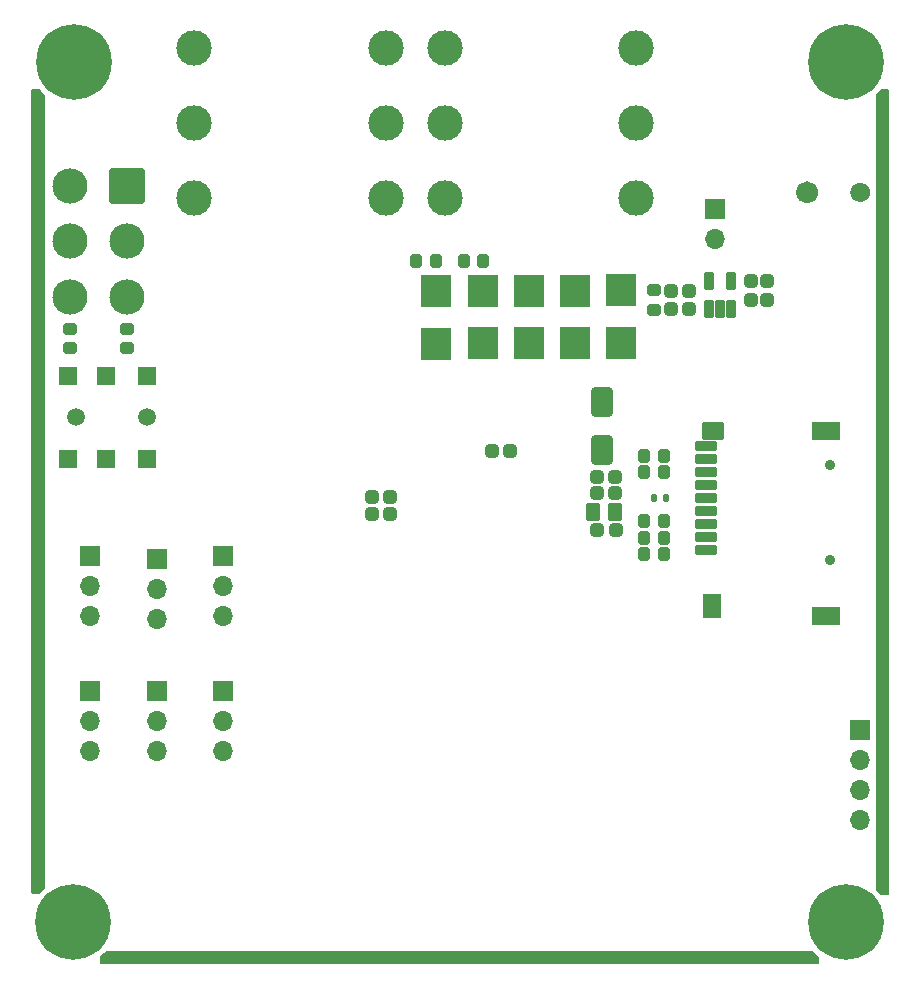
<source format=gbs>
G04 #@! TF.GenerationSoftware,KiCad,Pcbnew,8.0.3*
G04 #@! TF.CreationDate,2025-02-06T23:25:04+07:00*
G04 #@! TF.ProjectId,Digital_Multi_Pedal_v1,44696769-7461-46c5-9f4d-756c74695f50,rev?*
G04 #@! TF.SameCoordinates,Original*
G04 #@! TF.FileFunction,Soldermask,Bot*
G04 #@! TF.FilePolarity,Negative*
%FSLAX46Y46*%
G04 Gerber Fmt 4.6, Leading zero omitted, Abs format (unit mm)*
G04 Created by KiCad (PCBNEW 8.0.3) date 2025-02-06 23:25:04*
%MOMM*%
%LPD*%
G01*
G04 APERTURE LIST*
G04 Aperture macros list*
%AMRoundRect*
0 Rectangle with rounded corners*
0 $1 Rounding radius*
0 $2 $3 $4 $5 $6 $7 $8 $9 X,Y pos of 4 corners*
0 Add a 4 corners polygon primitive as box body*
4,1,4,$2,$3,$4,$5,$6,$7,$8,$9,$2,$3,0*
0 Add four circle primitives for the rounded corners*
1,1,$1+$1,$2,$3*
1,1,$1+$1,$4,$5*
1,1,$1+$1,$6,$7*
1,1,$1+$1,$8,$9*
0 Add four rect primitives between the rounded corners*
20,1,$1+$1,$2,$3,$4,$5,0*
20,1,$1+$1,$4,$5,$6,$7,0*
20,1,$1+$1,$6,$7,$8,$9,0*
20,1,$1+$1,$8,$9,$2,$3,0*%
G04 Aperture macros list end*
%ADD10C,0.120000*%
%ADD11C,3.000000*%
%ADD12C,0.800000*%
%ADD13C,6.400000*%
%ADD14C,1.800000*%
%ADD15C,1.600000*%
%ADD16RoundRect,0.102000X-1.387500X1.387500X-1.387500X-1.387500X1.387500X-1.387500X1.387500X1.387500X0*%
%ADD17C,2.979000*%
%ADD18R,1.700000X1.700000*%
%ADD19O,1.700000X1.700000*%
%ADD20RoundRect,0.251000X0.326000X-0.251000X0.326000X0.251000X-0.326000X0.251000X-0.326000X-0.251000X0*%
%ADD21RoundRect,0.276000X0.276000X0.301000X-0.276000X0.301000X-0.276000X-0.301000X0.276000X-0.301000X0*%
%ADD22RoundRect,0.250000X0.650000X-1.000000X0.650000X1.000000X-0.650000X1.000000X-0.650000X-1.000000X0*%
%ADD23RoundRect,0.276000X0.301000X-0.276000X0.301000X0.276000X-0.301000X0.276000X-0.301000X-0.276000X0*%
%ADD24RoundRect,0.251000X-0.251000X-0.326000X0.251000X-0.326000X0.251000X0.326000X-0.251000X0.326000X0*%
%ADD25RoundRect,0.251000X0.251000X0.326000X-0.251000X0.326000X-0.251000X-0.326000X0.251000X-0.326000X0*%
%ADD26RoundRect,0.102000X1.200000X1.250000X-1.200000X1.250000X-1.200000X-1.250000X1.200000X-1.250000X0*%
%ADD27RoundRect,0.276000X-0.301000X0.276000X-0.301000X-0.276000X0.301000X-0.276000X0.301000X0.276000X0*%
%ADD28RoundRect,0.135000X-0.135000X-0.185000X0.135000X-0.185000X0.135000X0.185000X-0.135000X0.185000X0*%
%ADD29RoundRect,0.060300X0.341700X-0.716700X0.341700X0.716700X-0.341700X0.716700X-0.341700X-0.716700X0*%
%ADD30C,1.500000*%
%ADD31R,1.600000X1.600000*%
%ADD32RoundRect,0.251000X-0.326000X0.251000X-0.326000X-0.251000X0.326000X-0.251000X0.326000X0.251000X0*%
%ADD33RoundRect,0.276000X-0.276000X-0.301000X0.276000X-0.301000X0.276000X0.301000X-0.276000X0.301000X0*%
%ADD34RoundRect,0.299756X-0.314744X-0.502244X0.314744X-0.502244X0.314744X0.502244X-0.314744X0.502244X0*%
%ADD35C,0.900000*%
%ADD36RoundRect,0.102000X-0.800000X0.350000X-0.800000X-0.350000X0.800000X-0.350000X0.800000X0.350000X0*%
%ADD37RoundRect,0.102000X-0.800000X0.700000X-0.800000X-0.700000X0.800000X-0.700000X0.800000X0.700000X0*%
%ADD38RoundRect,0.102000X-1.100000X0.700000X-1.100000X-0.700000X1.100000X-0.700000X1.100000X0.700000X0*%
%ADD39RoundRect,0.102000X-0.700000X0.900000X-0.700000X-0.900000X0.700000X-0.900000X0.700000X0.900000X0*%
G04 APERTURE END LIST*
D10*
X173649200Y-84254000D02*
G75*
G02*
X171849200Y-84254000I-900000J0D01*
G01*
X171849200Y-84254000D02*
G75*
G02*
X173649200Y-84254000I900000J0D01*
G01*
X178049200Y-84254000D02*
G75*
G02*
X176449200Y-84254000I-800000J0D01*
G01*
X176449200Y-84254000D02*
G75*
G02*
X178049200Y-84254000I800000J0D01*
G01*
D11*
X142069200Y-78399000D03*
X158299200Y-78399000D03*
X142069200Y-72049000D03*
X158299200Y-72049000D03*
X142069200Y-84749000D03*
X158299200Y-84749000D03*
D12*
X108274200Y-73204000D03*
X108977144Y-71506944D03*
X108977144Y-74901056D03*
X110674200Y-70804000D03*
D13*
X110674200Y-73204000D03*
D12*
X110674200Y-75604000D03*
X112371256Y-71506944D03*
X112371256Y-74901056D03*
X113074200Y-73204000D03*
D14*
X172749200Y-84254000D03*
D15*
X177249200Y-84254000D03*
D16*
X115179200Y-83701500D03*
D17*
X115179200Y-88401500D03*
X115179200Y-93101500D03*
X110349200Y-83701500D03*
X110349200Y-88401500D03*
X110349200Y-93101500D03*
D18*
X112034200Y-126439000D03*
D19*
X112034200Y-128979000D03*
X112034200Y-131519000D03*
D12*
X173614200Y-146024000D03*
X174317144Y-144326944D03*
X174317144Y-147721056D03*
X176014200Y-143624000D03*
D13*
X176014200Y-146024000D03*
D12*
X176014200Y-148424000D03*
X177711256Y-144326944D03*
X177711256Y-147721056D03*
X178414200Y-146024000D03*
X108194200Y-146024000D03*
X108897144Y-144326944D03*
X108897144Y-147721056D03*
X110594200Y-143624000D03*
D13*
X110594200Y-146024000D03*
D12*
X110594200Y-148424000D03*
X112291256Y-144326944D03*
X112291256Y-147721056D03*
X112994200Y-146024000D03*
X173664200Y-73254000D03*
X174367144Y-71556944D03*
X174367144Y-74951056D03*
X176064200Y-70854000D03*
D13*
X176064200Y-73254000D03*
D12*
X176064200Y-75654000D03*
X177761256Y-71556944D03*
X177761256Y-74951056D03*
X178464200Y-73254000D03*
D18*
X164984200Y-85694000D03*
D19*
X164984200Y-88234000D03*
D18*
X123319200Y-126439000D03*
D19*
X123319200Y-128979000D03*
X123319200Y-131519000D03*
D18*
X123319200Y-115074000D03*
D19*
X123319200Y-117614000D03*
X123319200Y-120154000D03*
D18*
X112034200Y-115074000D03*
D19*
X112034200Y-117614000D03*
X112034200Y-120154000D03*
D18*
X117724200Y-115334000D03*
D19*
X117724200Y-117874000D03*
X117724200Y-120414000D03*
D18*
X117724200Y-126439000D03*
D19*
X117724200Y-128979000D03*
X117724200Y-131519000D03*
D18*
X177206000Y-129771600D03*
D19*
X177206000Y-132311600D03*
X177206000Y-134851600D03*
X177206000Y-137391600D03*
D11*
X120879200Y-78359000D03*
X137109200Y-78359000D03*
X120879200Y-72009000D03*
X137109200Y-72009000D03*
X120879200Y-84709000D03*
X137109200Y-84709000D03*
D20*
X115184000Y-97437000D03*
X115184000Y-95787000D03*
D21*
X137434200Y-110034000D03*
X135884200Y-110034000D03*
X156529200Y-109696500D03*
X154979200Y-109696500D03*
D22*
X155394200Y-106034000D03*
X155394200Y-102034000D03*
D21*
X156529200Y-108336500D03*
X154979200Y-108336500D03*
D23*
X169384200Y-93339000D03*
X169384200Y-91789000D03*
D24*
X143691200Y-90053800D03*
X145341200Y-90053800D03*
D25*
X160607200Y-107944200D03*
X158957200Y-107944200D03*
D26*
X141294200Y-92582300D03*
X141294200Y-97052700D03*
D27*
X162714200Y-92609000D03*
X162714200Y-94159000D03*
D25*
X160607200Y-112074200D03*
X158957200Y-112074200D03*
D24*
X139651200Y-90053800D03*
X141301200Y-90053800D03*
D25*
X160607200Y-114834200D03*
X158957200Y-114834200D03*
D28*
X159784200Y-110144000D03*
X160804200Y-110144000D03*
D29*
X166344200Y-94162000D03*
X165394200Y-94162000D03*
X164444200Y-94162000D03*
X164444200Y-91792000D03*
X166344200Y-91792000D03*
D30*
X110864200Y-103294000D03*
X116864200Y-103294000D03*
D31*
X110164200Y-99794000D03*
X110164200Y-106794000D03*
X116864200Y-99794000D03*
X116864200Y-106794000D03*
X113364200Y-99794000D03*
X113364200Y-106794000D03*
D26*
X145344200Y-92562300D03*
X145344200Y-97032700D03*
X149244200Y-92562300D03*
X149244200Y-97032700D03*
D32*
X159784400Y-92551000D03*
X159784400Y-94201000D03*
D26*
X153134200Y-92572300D03*
X153134200Y-97042700D03*
D23*
X167974200Y-93339000D03*
X167974200Y-91789000D03*
D33*
X154989200Y-112874000D03*
X156539200Y-112874000D03*
D25*
X160607200Y-106614200D03*
X158957200Y-106614200D03*
D20*
X110354000Y-97437000D03*
X110354000Y-95787000D03*
D21*
X137439200Y-111474000D03*
X135889200Y-111474000D03*
D34*
X154656164Y-111286100D03*
X156481164Y-111286100D03*
D27*
X161264200Y-92609000D03*
X161264200Y-94159000D03*
D25*
X160607200Y-113474200D03*
X158957200Y-113474200D03*
D26*
X157034200Y-92558800D03*
X157034200Y-97029200D03*
D33*
X146049200Y-106154000D03*
X147599200Y-106154000D03*
D35*
X174724200Y-107344000D03*
X174724200Y-115344000D03*
D36*
X164224200Y-114544000D03*
X164224200Y-113444000D03*
X164224200Y-112344000D03*
X164224200Y-111244000D03*
X164224200Y-110144000D03*
X164224200Y-109044000D03*
X164224200Y-107944000D03*
X164224200Y-106844000D03*
X164224200Y-105744000D03*
D37*
X164824200Y-104444000D03*
D38*
X174324200Y-104444000D03*
X174324200Y-120144000D03*
D39*
X164724200Y-119244000D03*
G36*
X173259985Y-148511085D02*
G01*
X173279766Y-148526866D01*
X173705809Y-148944660D01*
X173739892Y-149005653D01*
X173742935Y-149029522D01*
X173746700Y-149156610D01*
X173746749Y-149159152D01*
X173749755Y-149488870D01*
X173730682Y-149556086D01*
X173678298Y-149602320D01*
X173625760Y-149614000D01*
X113019400Y-149614000D01*
X112952361Y-149594315D01*
X112906606Y-149541511D01*
X112895400Y-149490000D01*
X112895400Y-148979092D01*
X112915085Y-148912053D01*
X112940783Y-148883199D01*
X113076235Y-148772149D01*
X113128697Y-148721468D01*
X113172439Y-148677416D01*
X113172572Y-148677282D01*
X113216195Y-148633482D01*
X113218093Y-148631618D01*
X113288859Y-148563549D01*
X113288863Y-148563545D01*
X113318571Y-148531334D01*
X113378491Y-148495398D01*
X113409724Y-148491400D01*
X173192946Y-148491400D01*
X173259985Y-148511085D01*
G37*
G36*
X179597239Y-75511485D02*
G01*
X179642994Y-75564289D01*
X179654200Y-75615800D01*
X179654200Y-143640800D01*
X179634515Y-143707839D01*
X179581711Y-143753594D01*
X179530200Y-143764800D01*
X179039893Y-143764800D01*
X178972854Y-143745115D01*
X178944001Y-143719417D01*
X178832956Y-143583971D01*
X178782268Y-143531502D01*
X178738082Y-143487628D01*
X178737947Y-143487493D01*
X178694281Y-143444002D01*
X178692418Y-143442107D01*
X178624337Y-143371328D01*
X178592132Y-143341626D01*
X178556197Y-143281706D01*
X178552200Y-143250475D01*
X178552200Y-76049726D01*
X178571885Y-75982687D01*
X178586795Y-75963803D01*
X179003824Y-75529877D01*
X179064471Y-75495181D01*
X179093229Y-75491800D01*
X179530200Y-75491800D01*
X179597239Y-75511485D01*
G37*
G36*
X107773546Y-75513685D02*
G01*
X107802399Y-75539383D01*
X107913443Y-75674828D01*
X107964130Y-75727297D01*
X108008183Y-75771037D01*
X108008279Y-75771212D01*
X108008319Y-75771173D01*
X108052118Y-75814796D01*
X108053981Y-75816692D01*
X108122060Y-75887469D01*
X108154266Y-75917171D01*
X108190202Y-75977091D01*
X108194200Y-76008324D01*
X108194200Y-143141800D01*
X108174515Y-143208839D01*
X108156868Y-143230483D01*
X107780105Y-143598683D01*
X107718401Y-143631461D01*
X107693437Y-143634000D01*
X107198200Y-143634000D01*
X107131161Y-143614315D01*
X107085406Y-143561511D01*
X107074200Y-143510000D01*
X107074200Y-75618000D01*
X107093885Y-75550961D01*
X107146689Y-75505206D01*
X107198200Y-75494000D01*
X107706507Y-75494000D01*
X107773546Y-75513685D01*
G37*
M02*

</source>
